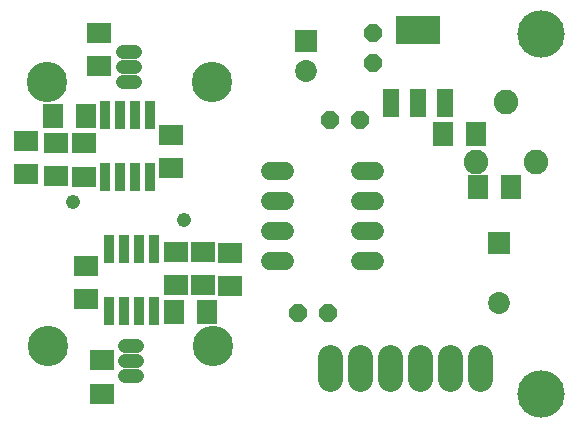
<source format=gbs>
G75*
G70*
%OFA0B0*%
%FSLAX24Y24*%
%IPPOS*%
%LPD*%
%AMOC8*
5,1,8,0,0,1.08239X$1,22.5*
%
%ADD10C,0.1580*%
%ADD11R,0.0320X0.0950*%
%ADD12C,0.0600*%
%ADD13R,0.0789X0.0710*%
%ADD14C,0.0477*%
%ADD15C,0.1346*%
%ADD16R,0.0710X0.0789*%
%ADD17C,0.0820*%
%ADD18R,0.0560X0.0960*%
%ADD19R,0.1497X0.0946*%
%ADD20C,0.0820*%
%ADD21C,0.0730*%
%ADD22R,0.0730X0.0730*%
%ADD23OC8,0.0600*%
%ADD24C,0.0476*%
D10*
X018650Y006600D03*
X018650Y018600D03*
D11*
X005745Y011423D03*
X005245Y011423D03*
X004745Y011423D03*
X004245Y011423D03*
X004245Y009363D03*
X004745Y009363D03*
X005245Y009363D03*
X005745Y009363D03*
X005616Y013839D03*
X005116Y013839D03*
X004616Y013839D03*
X004116Y013839D03*
X004116Y015899D03*
X004616Y015899D03*
X005116Y015899D03*
X005616Y015899D03*
D12*
X009595Y014051D02*
X010115Y014051D01*
X010115Y013051D02*
X009595Y013051D01*
X009595Y012051D02*
X010115Y012051D01*
X010115Y011051D02*
X009595Y011051D01*
X012595Y011051D02*
X013115Y011051D01*
X013115Y012051D02*
X012595Y012051D01*
X012595Y013051D02*
X013115Y013051D01*
X013115Y014051D02*
X012595Y014051D01*
D13*
X004002Y006619D03*
X004002Y007721D03*
X003478Y009783D03*
X003478Y010886D03*
X006480Y011348D03*
X007379Y011324D03*
X008291Y011294D03*
X008291Y010192D03*
X007379Y010222D03*
X006480Y010246D03*
X006295Y014145D03*
X006295Y015248D03*
X003421Y014955D03*
X002471Y014985D03*
X001463Y015035D03*
X001463Y013933D03*
X002471Y013883D03*
X003421Y013852D03*
X003912Y017540D03*
X003912Y018642D03*
D14*
X004720Y018008D02*
X005117Y018008D01*
X005117Y017508D02*
X004720Y017508D01*
X004720Y017008D02*
X005117Y017008D01*
X005166Y008204D02*
X004769Y008204D01*
X004769Y007704D02*
X005166Y007704D01*
X005166Y007204D02*
X004769Y007204D01*
D15*
X002218Y008204D03*
X007718Y008204D03*
X007668Y017008D03*
X002168Y017008D03*
D16*
X002377Y015864D03*
X003479Y015864D03*
X006419Y009329D03*
X007522Y009329D03*
X015389Y015276D03*
X016491Y015276D03*
X016547Y013502D03*
X017649Y013502D03*
D17*
X016613Y007845D02*
X016613Y007105D01*
X015613Y007105D02*
X015613Y007845D01*
X014613Y007845D02*
X014613Y007105D01*
X013613Y007105D02*
X013613Y007845D01*
X012613Y007845D02*
X012613Y007105D01*
X011613Y007105D02*
X011613Y007845D01*
D18*
X013637Y016311D03*
X014547Y016311D03*
X015457Y016311D03*
D19*
X014547Y018751D03*
D20*
X017462Y016337D03*
X016462Y014337D03*
X018462Y014337D03*
D21*
X017228Y009653D03*
X010804Y017376D03*
D22*
X010804Y018376D03*
X017228Y011653D03*
D23*
X011550Y009300D03*
X010550Y009300D03*
X011600Y015750D03*
X012600Y015750D03*
X013050Y017650D03*
X013050Y018650D03*
D24*
X004950Y017500D03*
X003050Y013000D03*
X006750Y012400D03*
M02*

</source>
